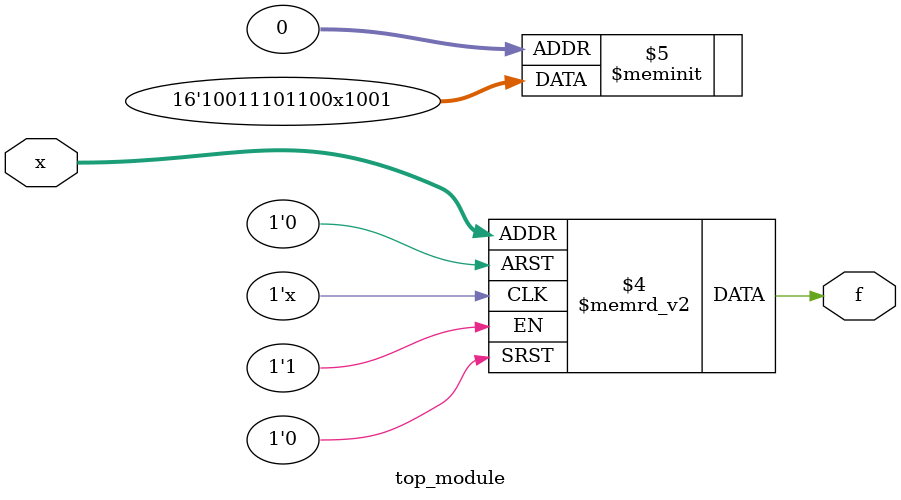
<source format=sv>
module top_module (
    input [4:1] x,
    output logic f
);

always_comb begin
    case (x)
        4'b0000, 4'b1010, 4'b1100, 4'b1111: f = 1'b1;
        4'b0001, 4'b0110, 4'b1001, 4'b1101, 4'b1110: f = 1'b0;
        4'b0011, 4'b0111, 4'b1000, 4'b1011: f = 1'b1;
        4'b0010, 4'b0101, 4'b1010: f = 1'b0;
        default: f = 1'bx;
    endcase
end

endmodule

</source>
